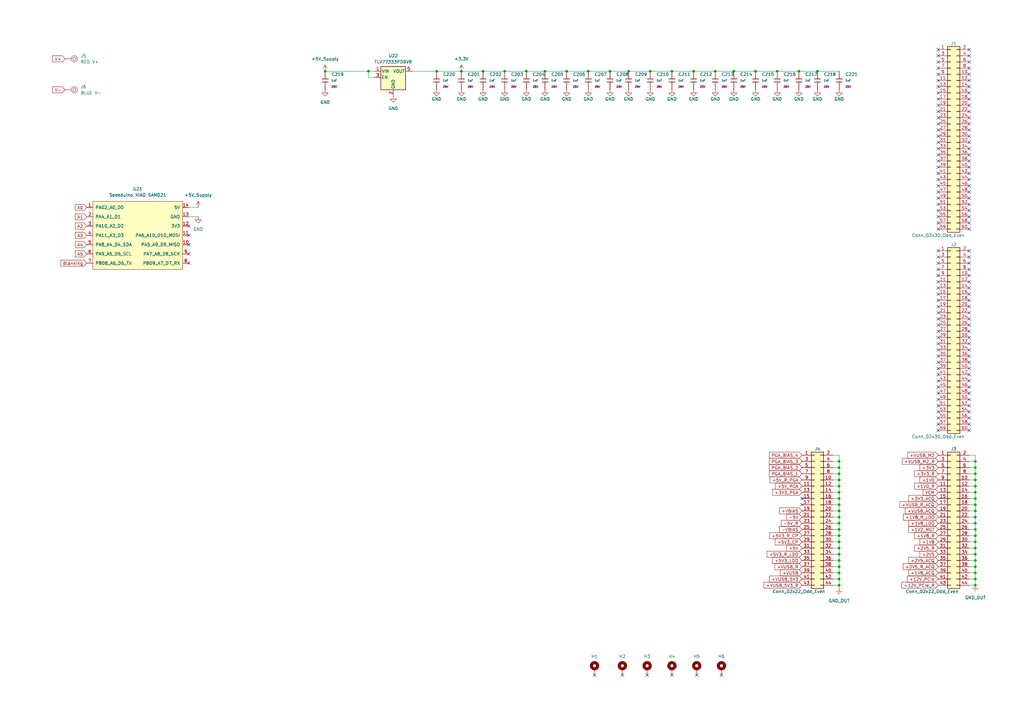
<source format=kicad_sch>
(kicad_sch (version 20250114) (generator "eeschema") (generator_version "9.0")
  (paper "A3")
  (junction (at 266.7 29.21))
  (junction (at 344.17 209.55))
  (junction (at 207.01 29.21))
  (junction (at 400.05 201.93))
  (junction (at 318.77 29.21))
  (junction (at 344.17 204.47))
  (junction (at 179.07 29.21))
  (junction (at 344.17 224.79))
  (junction (at 400.05 194.31))
  (junction (at 344.17 196.85))
  (junction (at 400.05 207.01))
  (junction (at 223.52 29.21))
  (junction (at 215.9 29.21))
  (junction (at 344.17 222.25))
  (junction (at 400.05 209.55))
  (junction (at 344.17 189.23))
  (junction (at 344.17 201.93))
  (junction (at 344.17 191.77))
  (junction (at 133.35 29.21))
  (junction (at 189.23 29.21))
  (junction (at 250.19 29.21))
  (junction (at 400.05 232.41))
  (junction (at 400.05 212.09))
  (junction (at 257.81 29.21))
  (junction (at 344.17 237.49))
  (junction (at 400.05 214.63))
  (junction (at 151.13 29.21))
  (junction (at 400.05 237.49))
  (junction (at 344.17 240.03))
  (junction (at 400.05 227.33))
  (junction (at 344.17 207.01))
  (junction (at 344.17 232.41))
  (junction (at 293.37 29.21))
  (junction (at 344.17 199.39))
  (junction (at 309.88 29.21))
  (junction (at 284.48 29.21))
  (junction (at 344.17 227.33))
  (junction (at 344.17 234.95))
  (junction (at 327.66 29.21))
  (junction (at 400.05 219.71))
  (junction (at 198.12 29.21))
  (junction (at 344.17 219.71))
  (junction (at 344.17 217.17))
  (junction (at 400.05 204.47))
  (junction (at 400.05 217.17))
  (junction (at 344.17 194.31))
  (junction (at 275.59 29.21))
  (junction (at 400.05 224.79))
  (junction (at 400.05 189.23))
  (junction (at 400.05 222.25))
  (junction (at 400.05 234.95))
  (junction (at 344.17 212.09))
  (junction (at 241.3 29.21))
  (junction (at 300.99 29.21))
  (junction (at 400.05 199.39))
  (junction (at 344.17 214.63))
  (junction (at 400.05 196.85))
  (junction (at 400.05 240.03))
  (junction (at 400.05 191.77))
  (junction (at 344.17 229.87))
  (junction (at 232.41 29.21))
  (junction (at 335.28 29.21))
  (junction (at 400.05 229.87))
  (no_connect (at 384.81 58.42))
  (no_connect (at 384.81 78.74))
  (no_connect (at 328.93 207.01))
  (no_connect (at 397.51 130.81))
  (no_connect (at 255.27 276.86))
  (no_connect (at 384.81 35.56))
  (no_connect (at 384.81 135.89))
  (no_connect (at 384.81 73.66))
  (no_connect (at 397.51 168.91))
  (no_connect (at 384.81 76.2))
  (no_connect (at 397.51 38.1))
  (no_connect (at 397.51 60.96))
  (no_connect (at 384.81 168.91))
  (no_connect (at 384.81 25.4))
  (no_connect (at 397.51 102.87))
  (no_connect (at 397.51 140.97))
  (no_connect (at 397.51 166.37))
  (no_connect (at 397.51 138.43))
  (no_connect (at 397.51 173.99))
  (no_connect (at 397.51 110.49))
  (no_connect (at 384.81 86.36))
  (no_connect (at 384.81 68.58))
  (no_connect (at 384.81 143.51))
  (no_connect (at 397.51 118.11))
  (no_connect (at 397.51 78.74))
  (no_connect (at 384.81 158.75))
  (no_connect (at 397.51 30.48))
  (no_connect (at 384.81 146.05))
  (no_connect (at 384.81 123.19))
  (no_connect (at 397.51 73.66))
  (no_connect (at 384.81 88.9))
  (no_connect (at 397.51 55.88))
  (no_connect (at 384.81 43.18))
  (no_connect (at 384.81 148.59))
  (no_connect (at 384.81 60.96))
  (no_connect (at 397.51 86.36))
  (no_connect (at 384.81 91.44))
  (no_connect (at 384.81 20.32))
  (no_connect (at 384.81 81.28))
  (no_connect (at 397.51 133.35))
  (no_connect (at 265.43 276.86))
  (no_connect (at 384.81 151.13))
  (no_connect (at 397.51 91.44))
  (no_connect (at 384.81 156.21))
  (no_connect (at 397.51 22.86))
  (no_connect (at 397.51 107.95))
  (no_connect (at 384.81 105.41))
  (no_connect (at 397.51 176.53))
  (no_connect (at 384.81 66.04))
  (no_connect (at 384.81 38.1))
  (no_connect (at 397.51 25.4))
  (no_connect (at 397.51 163.83))
  (no_connect (at 384.81 140.97))
  (no_connect (at 384.81 166.37))
  (no_connect (at 397.51 161.29))
  (no_connect (at 397.51 123.19))
  (no_connect (at 384.81 128.27))
  (no_connect (at 295.91 276.86))
  (no_connect (at 384.81 173.99))
  (no_connect (at 384.81 71.12))
  (no_connect (at 384.81 113.03))
  (no_connect (at 397.51 158.75))
  (no_connect (at 384.81 120.65))
  (no_connect (at 384.81 176.53))
  (no_connect (at 397.51 76.2))
  (no_connect (at 397.51 120.65))
  (no_connect (at 397.51 143.51))
  (no_connect (at 397.51 66.04))
  (no_connect (at 384.81 48.26))
  (no_connect (at 397.51 115.57))
  (no_connect (at 397.51 33.02))
  (no_connect (at 397.51 151.13))
  (no_connect (at 397.51 40.64))
  (no_connect (at 384.81 138.43))
  (no_connect (at 77.47 96.52))
  (no_connect (at 397.51 45.72))
  (no_connect (at 384.81 27.94))
  (no_connect (at 384.81 50.8))
  (no_connect (at 397.51 58.42))
  (no_connect (at 384.81 161.29))
  (no_connect (at 384.81 40.64))
  (no_connect (at 397.51 93.98))
  (no_connect (at 397.51 81.28))
  (no_connect (at 77.47 92.71))
  (no_connect (at 384.81 163.83))
  (no_connect (at 397.51 63.5))
  (no_connect (at 397.51 113.03))
  (no_connect (at 397.51 88.9))
  (no_connect (at 285.75 276.86))
  (no_connect (at 384.81 102.87))
  (no_connect (at 397.51 125.73))
  (no_connect (at 384.81 153.67))
  (no_connect (at 384.81 171.45))
  (no_connect (at 397.51 128.27))
  (no_connect (at 397.51 27.94))
  (no_connect (at 384.81 107.95))
  (no_connect (at 384.81 125.73))
  (no_connect (at 397.51 50.8))
  (no_connect (at 384.81 53.34))
  (no_connect (at 384.81 45.72))
  (no_connect (at 384.81 55.88))
  (no_connect (at 384.81 118.11))
  (no_connect (at 397.51 35.56))
  (no_connect (at 397.51 156.21))
  (no_connect (at 77.47 107.95))
  (no_connect (at 397.51 83.82))
  (no_connect (at 275.59 276.86))
  (no_connect (at 77.47 100.33))
  (no_connect (at 397.51 71.12))
  (no_connect (at 397.51 43.18))
  (no_connect (at 384.81 83.82))
  (no_connect (at 243.84 276.86))
  (no_connect (at 384.81 30.48))
  (no_connect (at 77.47 104.14))
  (no_connect (at 384.81 115.57))
  (no_connect (at 397.51 148.59))
  (no_connect (at 397.51 48.26))
  (no_connect (at 384.81 63.5))
  (no_connect (at 397.51 53.34))
  (no_connect (at 384.81 33.02))
  (no_connect (at 397.51 171.45))
  (no_connect (at 397.51 105.41))
  (no_connect (at 397.51 20.32))
  (no_connect (at 384.81 93.98))
  (no_connect (at 384.81 133.35))
  (no_connect (at 384.81 110.49))
  (no_connect (at 328.93 204.47))
  (no_connect (at 397.51 153.67))
  (no_connect (at 397.51 146.05))
  (no_connect (at 384.81 130.81))
  (no_connect (at 384.81 22.86))
  (no_connect (at 397.51 68.58))
  (no_connect (at 397.51 135.89))
  (wire (pts (xy 341.63 204.47) (xy 344.17 204.47)))
  (wire (pts (xy 397.51 209.55) (xy 400.05 209.55)))
  (wire (pts (xy 344.17 199.39) (xy 344.17 201.93)))
  (wire (pts (xy 397.51 191.77) (xy 400.05 191.77)))
  (wire (pts (xy 397.51 224.79) (xy 400.05 224.79)))
  (wire (pts (xy 344.17 207.01) (xy 344.17 209.55)))
  (wire (pts (xy 400.05 219.71) (xy 400.05 222.25)))
  (wire (pts (xy 344.17 217.17) (xy 344.17 219.71)))
  (wire (pts (xy 400.05 199.39) (xy 400.05 201.93)))
  (wire (pts (xy 397.51 219.71) (xy 400.05 219.71)))
  (wire (pts (xy 344.17 214.63) (xy 344.17 217.17)))
  (wire (pts (xy 309.88 29.21) (xy 318.77 29.21)))
  (wire (pts (xy 341.63 186.69) (xy 344.17 186.69)))
  (wire (pts (xy 397.51 232.41) (xy 400.05 232.41)))
  (wire (pts (xy 400.05 217.17) (xy 400.05 219.71)))
  (wire (pts (xy 397.51 234.95) (xy 400.05 234.95)))
  (wire (pts (xy 344.17 196.85) (xy 344.17 199.39)))
  (wire (pts (xy 341.63 234.95) (xy 344.17 234.95)))
  (wire (pts (xy 341.63 227.33) (xy 344.17 227.33)))
  (wire (pts (xy 397.51 217.17) (xy 400.05 217.17)))
  (wire (pts (xy 77.47 85.09) (xy 81.28 85.09)))
  (wire (pts (xy 318.77 29.21) (xy 327.66 29.21)))
  (wire (pts (xy 189.23 29.21) (xy 198.12 29.21)))
  (wire (pts (xy 344.17 234.95) (xy 344.17 237.49)))
  (wire (pts (xy 341.63 217.17) (xy 344.17 217.17)))
  (wire (pts (xy 344.17 186.69) (xy 344.17 189.23)))
  (wire (pts (xy 232.41 29.21) (xy 241.3 29.21)))
  (wire (pts (xy 341.63 240.03) (xy 344.17 240.03)))
  (wire (pts (xy 397.51 227.33) (xy 400.05 227.33)))
  (wire (pts (xy 344.17 209.55) (xy 344.17 212.09)))
  (wire (pts (xy 341.63 232.41) (xy 344.17 232.41)))
  (wire (pts (xy 151.13 29.21) (xy 153.67 29.21)))
  (wire (pts (xy 293.37 29.21) (xy 300.99 29.21)))
  (wire (pts (xy 400.05 212.09) (xy 400.05 214.63)))
  (wire (pts (xy 344.17 189.23) (xy 344.17 191.77)))
  (wire (pts (xy 397.51 189.23) (xy 400.05 189.23)))
  (wire (pts (xy 400.05 222.25) (xy 400.05 224.79)))
  (wire (pts (xy 400.05 237.49) (xy 400.05 240.03)))
  (wire (pts (xy 266.7 29.21) (xy 275.59 29.21)))
  (wire (pts (xy 250.19 29.21) (xy 257.81 29.21)))
  (wire (pts (xy 397.51 214.63) (xy 400.05 214.63)))
  (wire (pts (xy 397.51 237.49) (xy 400.05 237.49)))
  (wire (pts (xy 257.81 29.21) (xy 266.7 29.21)))
  (wire (pts (xy 241.3 29.21) (xy 250.19 29.21)))
  (wire (pts (xy 344.17 219.71) (xy 344.17 222.25)))
  (wire (pts (xy 344.17 212.09) (xy 344.17 214.63)))
  (wire (pts (xy 400.05 196.85) (xy 400.05 199.39)))
  (wire (pts (xy 300.99 29.21) (xy 309.88 29.21)))
  (wire (pts (xy 341.63 214.63) (xy 344.17 214.63)))
  (wire (pts (xy 344.17 237.49) (xy 344.17 240.03)))
  (wire (pts (xy 153.67 31.75) (xy 151.13 31.75)))
  (wire (pts (xy 344.17 204.47) (xy 344.17 207.01)))
  (wire (pts (xy 397.51 222.25) (xy 400.05 222.25)))
  (wire (pts (xy 344.17 194.31) (xy 344.17 196.85)))
  (wire (pts (xy 397.51 196.85) (xy 400.05 196.85)))
  (wire (pts (xy 344.17 229.87) (xy 344.17 232.41)))
  (wire (pts (xy 341.63 207.01) (xy 344.17 207.01)))
  (wire (pts (xy 344.17 222.25) (xy 344.17 224.79)))
  (wire (pts (xy 341.63 222.25) (xy 344.17 222.25)))
  (wire (pts (xy 341.63 219.71) (xy 344.17 219.71)))
  (wire (pts (xy 168.91 29.21) (xy 179.07 29.21)))
  (wire (pts (xy 397.51 212.09) (xy 400.05 212.09)))
  (wire (pts (xy 341.63 189.23) (xy 344.17 189.23)))
  (wire (pts (xy 284.48 29.21) (xy 293.37 29.21)))
  (wire (pts (xy 341.63 212.09) (xy 344.17 212.09)))
  (wire (pts (xy 207.01 29.21) (xy 215.9 29.21)))
  (wire (pts (xy 341.63 191.77) (xy 344.17 191.77)))
  (wire (pts (xy 400.05 227.33) (xy 400.05 229.87)))
  (wire (pts (xy 400.05 189.23) (xy 400.05 191.77)))
  (wire (pts (xy 400.05 204.47) (xy 400.05 207.01)))
  (wire (pts (xy 397.51 199.39) (xy 400.05 199.39)))
  (wire (pts (xy 400.05 191.77) (xy 400.05 194.31)))
  (wire (pts (xy 215.9 29.21) (xy 223.52 29.21)))
  (wire (pts (xy 341.63 199.39) (xy 344.17 199.39)))
  (wire (pts (xy 400.05 207.01) (xy 400.05 209.55)))
  (wire (pts (xy 341.63 201.93) (xy 344.17 201.93)))
  (wire (pts (xy 341.63 194.31) (xy 344.17 194.31)))
  (wire (pts (xy 397.51 201.93) (xy 400.05 201.93)))
  (wire (pts (xy 344.17 232.41) (xy 344.17 234.95)))
  (wire (pts (xy 344.17 224.79) (xy 344.17 227.33)))
  (wire (pts (xy 341.63 196.85) (xy 344.17 196.85)))
  (wire (pts (xy 344.17 227.33) (xy 344.17 229.87)))
  (wire (pts (xy 400.05 224.79) (xy 400.05 227.33)))
  (wire (pts (xy 397.51 229.87) (xy 400.05 229.87)))
  (wire (pts (xy 198.12 29.21) (xy 207.01 29.21)))
  (wire (pts (xy 344.17 201.93) (xy 344.17 204.47)))
  (wire (pts (xy 179.07 29.21) (xy 189.23 29.21)))
  (wire (pts (xy 81.28 88.9) (xy 77.47 88.9)))
  (wire (pts (xy 341.63 209.55) (xy 344.17 209.55)))
  (wire (pts (xy 344.17 191.77) (xy 344.17 194.31)))
  (wire (pts (xy 400.05 186.69) (xy 400.05 189.23)))
  (wire (pts (xy 275.59 29.21) (xy 284.48 29.21)))
  (wire (pts (xy 335.28 29.21) (xy 344.17 29.21)))
  (wire (pts (xy 341.63 237.49) (xy 344.17 237.49)))
  (wire (pts (xy 400.05 209.55) (xy 400.05 212.09)))
  (wire (pts (xy 400.05 201.93) (xy 400.05 204.47)))
  (wire (pts (xy 133.35 29.21) (xy 151.13 29.21)))
  (wire (pts (xy 397.51 207.01) (xy 400.05 207.01)))
  (wire (pts (xy 400.05 234.95) (xy 400.05 237.49)))
  (wire (pts (xy 151.13 31.75) (xy 151.13 29.21)))
  (wire (pts (xy 327.66 29.21) (xy 335.28 29.21)))
  (wire (pts (xy 400.05 194.31) (xy 400.05 196.85)))
  (wire (pts (xy 400.05 214.63) (xy 400.05 217.17)))
  (wire (pts (xy 341.63 229.87) (xy 344.17 229.87)))
  (wire (pts (xy 397.51 204.47) (xy 400.05 204.47)))
  (wire (pts (xy 397.51 186.69) (xy 400.05 186.69)))
  (wire (pts (xy 341.63 224.79) (xy 344.17 224.79)))
  (wire (pts (xy 397.51 240.03) (xy 400.05 240.03)))
  (wire (pts (xy 400.05 229.87) (xy 400.05 232.41)))
  (wire (pts (xy 397.51 194.31) (xy 400.05 194.31)))
  (wire (pts (xy 400.05 232.41) (xy 400.05 234.95)))
  (wire (pts (xy 223.52 29.21) (xy 232.41 29.21)))
  (wire (pts (xy 344.17 240.03) (xy 344.17 241.3)))
  (global_label "-5V" (shape input) (at 328.93 212.09 180) (property "Intersheetrefs" "${INTERSHEET_REFS}" (effects (hide yes))))
  (global_label "A0" (shape input) (at 35.56 85.09 180) (property "Intersheetrefs" "${INTERSHEET_REFS}" (effects (hide yes))))
  (global_label "PGA_BIAS_3" (shape input) (at 328.93 189.23 180) (property "Intersheetrefs" "${INTERSHEET_REFS}" (effects (hide yes))))
  (global_label "PGA_BIAS_4" (shape input) (at 328.93 186.69 180) (property "Intersheetrefs" "${INTERSHEET_REFS}" (effects (hide yes))))
  (global_label "+5V3_R_LDO" (shape input) (at 328.93 227.33 180) (property "Intersheetrefs" "${INTERSHEET_REFS}" (effects (hide yes))))
  (global_label "A2" (shape input) (at 35.56 92.71 180) (property "Intersheetrefs" "${INTERSHEET_REFS}" (effects (hide yes))))
  (global_label "A4" (shape input) (at 35.56 100.33 180) (property "Intersheetrefs" "${INTERSHEET_REFS}" (effects (hide yes))))
  (global_label "+VUSB" (shape input) (at 328.93 234.95 180) (property "Intersheetrefs" "${INTERSHEET_REFS}" (effects (hide yes))))
  (global_label "+1V8_R_LDO" (shape input) (at 384.81 212.09 180) (property "Intersheetrefs" "${INTERSHEET_REFS}" (effects (hide yes))))
  (global_label "+5V" (shape input) (at 328.93 224.79 180) (property "Intersheetrefs" "${INTERSHEET_REFS}" (effects (hide yes))))
  (global_label "+1V8_ACQ" (shape input) (at 384.81 234.95 180) (property "Intersheetrefs" "${INTERSHEET_REFS}" (effects (hide yes))))
  (global_label "+1V8_LDO" (shape input) (at 384.81 214.63 180) (property "Intersheetrefs" "${INTERSHEET_REFS}" (effects (hide yes))))
  (global_label "V-" (shape input) (at 26.67 36.83 180) (property "Intersheetrefs" "${INTERSHEET_REFS}" (effects (hide yes))))
  (global_label "+1V0_R" (shape input) (at 384.81 199.39 180) (property "Intersheetrefs" "${INTERSHEET_REFS}" (effects (hide yes))))
  (global_label "+5V_R_PGA" (shape input) (at 328.93 196.85 180) (property "Intersheetrefs" "${INTERSHEET_REFS}" (effects (hide yes))))
  (global_label "A3" (shape input) (at 35.56 96.52 180) (property "Intersheetrefs" "${INTERSHEET_REFS}" (effects (hide yes))))
  (global_label "+VUSB_R" (shape input) (at 328.93 232.41 180) (property "Intersheetrefs" "${INTERSHEET_REFS}" (effects (hide yes))))
  (global_label "+12V_PCIe" (shape input) (at 384.81 237.49 180) (property "Intersheetrefs" "${INTERSHEET_REFS}" (effects (hide yes))))
  (global_label "PGA_BIAS_2" (shape input) (at 328.93 191.77 180) (property "Intersheetrefs" "${INTERSHEET_REFS}" (effects (hide yes))))
  (global_label "+2V5_R_ACQ" (shape input) (at 384.81 232.41 180) (property "Intersheetrefs" "${INTERSHEET_REFS}" (effects (hide yes))))
  (global_label "+3V3" (shape input) (at 384.81 191.77 180) (property "Intersheetrefs" "${INTERSHEET_REFS}" (effects (hide yes))))
  (global_label "+3V3_ACQ" (shape input) (at 384.81 204.47 180) (property "Intersheetrefs" "${INTERSHEET_REFS}" (effects (hide yes))))
  (global_label "+1V8" (shape input) (at 384.81 222.25 180) (property "Intersheetrefs" "${INTERSHEET_REFS}" (effects (hide yes))))
  (global_label "V+" (shape input) (at 26.67 24.13 180) (property "Intersheetrefs" "${INTERSHEET_REFS}" (effects (hide yes))))
  (global_label "+VUSB_5V3" (shape input) (at 328.93 237.49 180) (property "Intersheetrefs" "${INTERSHEET_REFS}" (effects (hide yes))))
  (global_label "+3V3_R" (shape input) (at 384.81 194.31 180) (property "Intersheetrefs" "${INTERSHEET_REFS}" (effects (hide yes))))
  (global_label "+5V3_CP" (shape input) (at 328.93 222.25 180) (property "Intersheetrefs" "${INTERSHEET_REFS}" (effects (hide yes))))
  (global_label "Blanking" (shape input) (at 35.56 107.95 180) (property "Intersheetrefs" "${INTERSHEET_REFS}" (effects (hide yes))))
  (global_label "+5V3_LDO" (shape input) (at 328.93 229.87 180) (property "Intersheetrefs" "${INTERSHEET_REFS}" (effects (hide yes))))
  (global_label "+3V3_PGA" (shape input) (at 328.93 201.93 180) (property "Intersheetrefs" "${INTERSHEET_REFS}" (effects (hide yes))))
  (global_label "+VUSB_5V3_R" (shape input) (at 328.93 240.03 180) (property "Intersheetrefs" "${INTERSHEET_REFS}" (effects (hide yes))))
  (global_label "+VBIAS" (shape input) (at 328.93 209.55 180) (property "Intersheetrefs" "${INTERSHEET_REFS}" (effects (hide yes))))
  (global_label "+5V_PGA" (shape input) (at 328.93 199.39 180) (property "Intersheetrefs" "${INTERSHEET_REFS}" (effects (hide yes))))
  (global_label "+1V8_R" (shape input) (at 384.81 219.71 180) (property "Intersheetrefs" "${INTERSHEET_REFS}" (effects (hide yes))))
  (global_label "A1" (shape input) (at 35.56 88.9 180) (property "Intersheetrefs" "${INTERSHEET_REFS}" (effects (hide yes))))
  (global_label "+VUSB_ACQ" (shape input) (at 384.81 209.55 180) (property "Intersheetrefs" "${INTERSHEET_REFS}" (effects (hide yes))))
  (global_label "+2V5_R" (shape input) (at 384.81 224.79 180) (property "Intersheetrefs" "${INTERSHEET_REFS}" (effects (hide yes))))
  (global_label "+2V5_ACQ" (shape input) (at 384.81 229.87 180) (property "Intersheetrefs" "${INTERSHEET_REFS}" (effects (hide yes))))
  (global_label "+1V0" (shape input) (at 384.81 196.85 180) (property "Intersheetrefs" "${INTERSHEET_REFS}" (effects (hide yes))))
  (global_label "+VUSB_M2" (shape input) (at 384.81 186.69 180) (property "Intersheetrefs" "${INTERSHEET_REFS}" (effects (hide yes))))
  (global_label "-5V_R" (shape input) (at 328.93 214.63 180) (property "Intersheetrefs" "${INTERSHEET_REFS}" (effects (hide yes))))
  (global_label "A5" (shape input) (at 35.56 104.14 180) (property "Intersheetrefs" "${INTERSHEET_REFS}" (effects (hide yes))))
  (global_label "PGA_BIAS_1" (shape input) (at 328.93 194.31 180) (property "Intersheetrefs" "${INTERSHEET_REFS}" (effects (hide yes))))
  (global_label "+5V3_R_CP" (shape input) (at 328.93 219.71 180) (property "Intersheetrefs" "${INTERSHEET_REFS}" (effects (hide yes))))
  (global_label "+12V_PCIe_R" (shape input) (at 384.81 240.03 180) (property "Intersheetrefs" "${INTERSHEET_REFS}" (effects (hide yes))))
  (global_label "+VUSB_R_ACQ" (shape input) (at 384.81 207.01 180) (property "Intersheetrefs" "${INTERSHEET_REFS}" (effects (hide yes))))
  (global_label "+2V5" (shape input) (at 384.81 227.33 180) (property "Intersheetrefs" "${INTERSHEET_REFS}" (effects (hide yes))))
  (global_label "+1V2_MGT" (shape input) (at 384.81 217.17 180) (property "Intersheetrefs" "${INTERSHEET_REFS}" (effects (hide yes))))
  (global_label "+VUSB_M2_R" (shape input) (at 384.81 189.23 180) (property "Intersheetrefs" "${INTERSHEET_REFS}" (effects (hide yes))))
  (global_label "-VBIAS" (shape input) (at 328.93 217.17 180) (property "Intersheetrefs" "${INTERSHEET_REFS}" (effects (hide yes))))
  (global_label "VCM" (shape input) (at 384.81 201.93 180) (property "Intersheetrefs" "${INTERSHEET_REFS}" (effects (hide yes))))
  (symbol (lib_id "dk_Banana-and-Tip-Connectors-Jacks-Plugs:105-1102-001") (at 30.48 24.13 270) (unit 1)
    (property "Reference" "J5" (at 33.02 22.8599 90) (effects (justify left)))
    (property "Value" "RED V+" (at 33.02 25.3999 90) (effects (justify left)))
    (property "Footprint" "ThunderScope:CT3151" (effects (hide yes)))
    (property "Datasheet" "https://belfuse.com/resources/Johnson/drawings/dr-1051101001.pdf" (effects (hide yes)))
    (property "Description" "CalTest_CT3151" (effects (hide yes)))
  )
  (symbol (lib_id "PCM_JLCPCB-Capacitors:0402,1uF") (at 309.88 33.02 0) (unit 1)
    (property "Reference" "C215" (at 312.42 30.4799 0) (effects (justify left)))
    (property "Value" "1uF" (at 312.42 33.02 0) (effects (font (size 0.8 0.8)) (justify left)))
    (property "Footprint" "PCM_JLCPCB:C_0402" (effects (hide yes)))
    (property "Datasheet" "https://www.lcsc.com/datasheet/lcsc_datasheet_2304140030_Samsung-Electro-Mechanics-CL05A105KA5NQNC_C52923.pdf" (effects (hide yes)))
    (property "Description" "25V 1uF X5R ±10% 0402 Multilayer Ceramic Capacitors MLCC - SMD/SMT ROHS" (effects (hide yes)))
    (property "LCSC" "C52923" (effects (hide yes)))
    (property "Stock" "6316629" (effects (hide yes)))
    (property "Price" "0.006USD" (effects (hide yes)))
    (property "Process" "SMT" (effects (hide yes)))
    (property "Minimum Qty" "20" (effects (hide yes)))
    (property "Attrition Qty" "10" (effects (hide yes)))
    (property "Class" "Basic Component" (effects (hide yes)))
    (property "Category" "Capacitors,Multilayer Ceramic Capacitors MLCC - SMD/SMT" (effects (hide yes)))
    (property "Manufacturer" "Samsung Electro-Mechanics" (effects (hide yes)))
    (property "Part" "CL05A105KA5NQNC" (effects (hide yes)))
    (property "Voltage Rated" "25V" (at 312.42 35.56 0) (effects (font (size 0.8 0.8)) (justify left)))
    (property "Tolerance" "±10%" (effects (hide yes)))
    (property "Capacitance" "1uF" (effects (hide yes)))
    (property "Temperature Coefficient" "X5R" (effects (hide yes)))
  )
  (symbol (lib_id "PCM_JLCPCB-Capacitors:0402,1uF") (at 284.48 33.02 0) (unit 1)
    (property "Reference" "C212" (at 287.02 30.4799 0) (effects (justify left)))
    (property "Value" "1uF" (at 287.02 33.02 0) (effects (font (size 0.8 0.8)) (justify left)))
    (property "Footprint" "PCM_JLCPCB:C_0402" (effects (hide yes)))
    (property "Datasheet" "https://www.lcsc.com/datasheet/lcsc_datasheet_2304140030_Samsung-Electro-Mechanics-CL05A105KA5NQNC_C52923.pdf" (effects (hide yes)))
    (property "Description" "25V 1uF X5R ±10% 0402 Multilayer Ceramic Capacitors MLCC - SMD/SMT ROHS" (effects (hide yes)))
    (property "LCSC" "C52923" (effects (hide yes)))
    (property "Stock" "6316629" (effects (hide yes)))
    (property "Price" "0.006USD" (effects (hide yes)))
    (property "Process" "SMT" (effects (hide yes)))
    (property "Minimum Qty" "20" (effects (hide yes)))
    (property "Attrition Qty" "10" (effects (hide yes)))
    (property "Class" "Basic Component" (effects (hide yes)))
    (property "Category" "Capacitors,Multilayer Ceramic Capacitors MLCC - SMD/SMT" (effects (hide yes)))
    (property "Manufacturer" "Samsung Electro-Mechanics" (effects (hide yes)))
    (property "Part" "CL05A105KA5NQNC" (effects (hide yes)))
    (property "Voltage Rated" "25V" (at 287.02 35.56 0) (effects (font (size 0.8 0.8)) (justify left)))
    (property "Tolerance" "±10%" (effects (hide yes)))
    (property "Capacitance" "1uF" (effects (hide yes)))
    (property "Temperature Coefficient" "X5R" (effects (hide yes)))
  )
  (symbol (lib_id "Mechanical:MountingHole_Pad") (at 265.43 274.32 0) (unit 1) (in_bom no)
    (property "Reference" "H3" (at 265.43 269.24 0))
    (property "Value" "MountingHole_Pad" (effects (hide yes)))
    (property "Footprint" "MountingHole:MountingHole_3.2mm_M3_Pad_Via" (effects (hide yes)))
    (property "Description" "Mounting Hole with connection" (effects (hide yes)))
  )
  (symbol (lib_id "dk_Banana-and-Tip-Connectors-Jacks-Plugs:105-1102-001") (at 30.48 36.83 270) (unit 1)
    (property "Reference" "J6" (at 33.02 35.5599 90) (effects (justify left)))
    (property "Value" "BLUE V-" (at 33.02 38.0999 90) (effects (justify left)))
    (property "Footprint" "ThunderScope:CT3151" (effects (hide yes)))
    (property "Datasheet" "https://belfuse.com/resources/Johnson/drawings/dr-1051101001.pdf" (effects (hide yes)))
    (property "Description" "CalTest_CT3151" (effects (hide yes)))
  )
  (symbol (lib_id "PCM_JLCPCB-Capacitors:0402,1uF") (at 257.81 33.02 0) (unit 1)
    (property "Reference" "C209" (at 260.35 30.4799 0) (effects (justify left)))
    (property "Value" "1uF" (at 260.35 33.02 0) (effects (font (size 0.8 0.8)) (justify left)))
    (property "Footprint" "PCM_JLCPCB:C_0402" (effects (hide yes)))
    (property "Datasheet" "https://www.lcsc.com/datasheet/lcsc_datasheet_2304140030_Samsung-Electro-Mechanics-CL05A105KA5NQNC_C52923.pdf" (effects (hide yes)))
    (property "Description" "25V 1uF X5R ±10% 0402 Multilayer Ceramic Capacitors MLCC - SMD/SMT ROHS" (effects (hide yes)))
    (property "LCSC" "C52923" (effects (hide yes)))
    (property "Stock" "6316629" (effects (hide yes)))
    (property "Price" "0.006USD" (effects (hide yes)))
    (property "Process" "SMT" (effects (hide yes)))
    (property "Minimum Qty" "20" (effects (hide yes)))
    (property "Attrition Qty" "10" (effects (hide yes)))
    (property "Class" "Basic Component" (effects (hide yes)))
    (property "Category" "Capacitors,Multilayer Ceramic Capacitors MLCC - SMD/SMT" (effects (hide yes)))
    (property "Manufacturer" "Samsung Electro-Mechanics" (effects (hide yes)))
    (property "Part" "CL05A105KA5NQNC" (effects (hide yes)))
    (property "Voltage Rated" "25V" (at 260.35 35.56 0) (effects (font (size 0.8 0.8)) (justify left)))
    (property "Tolerance" "±10%" (effects (hide yes)))
    (property "Capacitance" "1uF" (effects (hide yes)))
    (property "Temperature Coefficient" "X5R" (effects (hide yes)))
  )
  (symbol (lib_id "PCM_JLCPCB-Capacitors:0402,1uF") (at 215.9 33.02 0) (unit 1)
    (property "Reference" "C204" (at 218.44 30.4799 0) (effects (justify left)))
    (property "Value" "1uF" (at 218.44 33.02 0) (effects (font (size 0.8 0.8)) (justify left)))
    (property "Footprint" "PCM_JLCPCB:C_0402" (effects (hide yes)))
    (property "Datasheet" "https://www.lcsc.com/datasheet/lcsc_datasheet_2304140030_Samsung-Electro-Mechanics-CL05A105KA5NQNC_C52923.pdf" (effects (hide yes)))
    (property "Description" "25V 1uF X5R ±10% 0402 Multilayer Ceramic Capacitors MLCC - SMD/SMT ROHS" (effects (hide yes)))
    (property "LCSC" "C52923" (effects (hide yes)))
    (property "Stock" "6316629" (effects (hide yes)))
    (property "Price" "0.006USD" (effects (hide yes)))
    (property "Process" "SMT" (effects (hide yes)))
    (property "Minimum Qty" "20" (effects (hide yes)))
    (property "Attrition Qty" "10" (effects (hide yes)))
    (property "Class" "Basic Component" (effects (hide yes)))
    (property "Category" "Capacitors,Multilayer Ceramic Capacitors MLCC - SMD/SMT" (effects (hide yes)))
    (property "Manufacturer" "Samsung Electro-Mechanics" (effects (hide yes)))
    (property "Part" "CL05A105KA5NQNC" (effects (hide yes)))
    (property "Voltage Rated" "25V" (at 218.44 35.56 0) (effects (font (size 0.8 0.8)) (justify left)))
    (property "Tolerance" "±10%" (effects (hide yes)))
    (property "Capacitance" "1uF" (effects (hide yes)))
    (property "Temperature Coefficient" "X5R" (effects (hide yes)))
  )
  (symbol (lib_id "PCM_JLCPCB-Capacitors:0402,1uF") (at 344.17 33.02 0) (unit 1)
    (property "Reference" "C221" (at 346.71 30.4799 0) (effects (justify left)))
    (property "Value" "1uF" (at 346.71 33.02 0) (effects (font (size 0.8 0.8)) (justify left)))
    (property "Footprint" "PCM_JLCPCB:C_0402" (effects (hide yes)))
    (property "Datasheet" "https://www.lcsc.com/datasheet/lcsc_datasheet_2304140030_Samsung-Electro-Mechanics-CL05A105KA5NQNC_C52923.pdf" (effects (hide yes)))
    (property "Description" "25V 1uF X5R ±10% 0402 Multilayer Ceramic Capacitors MLCC - SMD/SMT ROHS" (effects (hide yes)))
    (property "LCSC" "C52923" (effects (hide yes)))
    (property "Stock" "6316629" (effects (hide yes)))
    (property "Price" "0.006USD" (effects (hide yes)))
    (property "Process" "SMT" (effects (hide yes)))
    (property "Minimum Qty" "20" (effects (hide yes)))
    (property "Attrition Qty" "10" (effects (hide yes)))
    (property "Class" "Basic Component" (effects (hide yes)))
    (property "Category" "Capacitors,Multilayer Ceramic Capacitors MLCC - SMD/SMT" (effects (hide yes)))
    (property "Manufacturer" "Samsung Electro-Mechanics" (effects (hide yes)))
    (property "Part" "CL05A105KA5NQNC" (effects (hide yes)))
    (property "Voltage Rated" "25V" (at 346.71 35.56 0) (effects (font (size 0.8 0.8)) (justify left)))
    (property "Tolerance" "±10%" (effects (hide yes)))
    (property "Capacitance" "1uF" (effects (hide yes)))
    (property "Temperature Coefficient" "X5R" (effects (hide yes)))
  )
  (symbol (lib_id "power:GND") (at 335.28 36.83 0) (unit 1)
    (property "Reference" "#PWR0192" (effects (hide yes)))
    (property "Value" "GND" (at 335.28 40.64 0))
    (property "Description" "Power symbol creates a global label with name \"GND\" , ground" (effects (hide yes)))
  )
  (symbol (lib_id "power:GND") (at 232.41 36.83 0) (unit 1)
    (property "Reference" "#PWR0166" (effects (hide yes)))
    (property "Value" "GND" (at 232.41 40.64 0))
    (property "Description" "Power symbol creates a global label with name \"GND\" , ground" (effects (hide yes)))
  )
  (symbol (lib_id "power:GND") (at 81.28 88.9 0) (unit 1)
    (property "Reference" "#PWR0156" (effects (hide yes)))
    (property "Value" "GND" (at 81.28 93.98 0))
    (property "Description" "Power symbol creates a global label with name \"GND\" , ground" (effects (hide yes)))
  )
  (symbol (lib_id "PCM_JLCPCB-Capacitors:0402,1uF") (at 198.12 33.02 0) (unit 1)
    (property "Reference" "C202" (at 200.66 30.4799 0) (effects (justify left)))
    (property "Value" "1uF" (at 200.66 33.02 0) (effects (font (size 0.8 0.8)) (justify left)))
    (property "Footprint" "PCM_JLCPCB:C_0402" (effects (hide yes)))
    (property "Datasheet" "https://www.lcsc.com/datasheet/lcsc_datasheet_2304140030_Samsung-Electro-Mechanics-CL05A105KA5NQNC_C52923.pdf" (effects (hide yes)))
    (property "Description" "25V 1uF X5R ±10% 0402 Multilayer Ceramic Capacitors MLCC - SMD/SMT ROHS" (effects (hide yes)))
    (property "LCSC" "C52923" (effects (hide yes)))
    (property "Stock" "6316629" (effects (hide yes)))
    (property "Price" "0.006USD" (effects (hide yes)))
    (property "Process" "SMT" (effects (hide yes)))
    (property "Minimum Qty" "20" (effects (hide yes)))
    (property "Attrition Qty" "10" (effects (hide yes)))
    (property "Class" "Basic Component" (effects (hide yes)))
    (property "Category" "Capacitors,Multilayer Ceramic Capacitors MLCC - SMD/SMT" (effects (hide yes)))
    (property "Manufacturer" "Samsung Electro-Mechanics" (effects (hide yes)))
    (property "Part" "CL05A105KA5NQNC" (effects (hide yes)))
    (property "Voltage Rated" "25V" (at 200.66 35.56 0) (effects (font (size 0.8 0.8)) (justify left)))
    (property "Tolerance" "±10%" (effects (hide yes)))
    (property "Capacitance" "1uF" (effects (hide yes)))
    (property "Temperature Coefficient" "X5R" (effects (hide yes)))
  )
  (symbol (lib_id "power:GND") (at 161.29 39.37 0) (unit 1)
    (property "Reference" "#PWR0113" (effects (hide yes)))
    (property "Value" "GND" (at 161.29 44.45 0))
    (property "Description" "Power symbol creates a global label with name \"GND\" , ground" (effects (hide yes)))
  )
  (symbol (lib_id "Connector_Generic:Conn_02x30_Odd_Even") (at 389.89 138.43 0) (unit 1)
    (property "Reference" "J2" (at 391.16 100.33 0))
    (property "Value" "Conn_02x30_Odd_Even" (at 384.81 179.07 0))
    (property "Footprint" "Connector_PinHeader_2.54mm:PinHeader_2x30_P2.54mm_Vertical" (effects (hide yes)))
    (property "Description" "Generic connector, double row, 02x30, odd/even pin numbering scheme (row 1 odd numbers, row 2 even numbers), script generated (kicad-library-utils/schlib/autogen/connector/)" (effects (hide yes)))
  )
  (symbol (lib_id "power:+5V") (at 133.35 29.21 0) (unit 1)
    (property "Reference" "#PWR02" (effects (hide yes)))
    (property "Value" "+5V_Supply" (at 133.35 24.13 0))
    (property "Description" "Power symbol creates a global label with name \"+5V\"" (effects (hide yes)))
  )
  (symbol (lib_id "power:GND") (at 327.66 36.83 0) (unit 1)
    (property "Reference" "#PWR0191" (effects (hide yes)))
    (property "Value" "GND" (at 327.66 40.64 0))
    (property "Description" "Power symbol creates a global label with name \"GND\" , ground" (effects (hide yes)))
  )
  (symbol (lib_id "Mechanical:MountingHole_Pad") (at 285.75 274.32 0) (unit 1) (in_bom no)
    (property "Reference" "H5" (at 285.75 269.24 0))
    (property "Value" "MountingHole_Pad" (effects (hide yes)))
    (property "Footprint" "MountingHole:MountingHole_3.2mm_M3_Pad_Via" (effects (hide yes)))
    (property "Description" "Mounting Hole with connection" (effects (hide yes)))
  )
  (symbol (lib_id "PCM_JLCPCB-Capacitors:0402,1uF") (at 293.37 33.02 0) (unit 1)
    (property "Reference" "C213" (at 295.91 30.4799 0) (effects (justify left)))
    (property "Value" "1uF" (at 295.91 33.02 0) (effects (font (size 0.8 0.8)) (justify left)))
    (property "Footprint" "PCM_JLCPCB:C_0402" (effects (hide yes)))
    (property "Datasheet" "https://www.lcsc.com/datasheet/lcsc_datasheet_2304140030_Samsung-Electro-Mechanics-CL05A105KA5NQNC_C52923.pdf" (effects (hide yes)))
    (property "Description" "25V 1uF X5R ±10% 0402 Multilayer Ceramic Capacitors MLCC - SMD/SMT ROHS" (effects (hide yes)))
    (property "LCSC" "C52923" (effects (hide yes)))
    (property "Stock" "6316629" (effects (hide yes)))
    (property "Price" "0.006USD" (effects (hide yes)))
    (property "Process" "SMT" (effects (hide yes)))
    (property "Minimum Qty" "20" (effects (hide yes)))
    (property "Attrition Qty" "10" (effects (hide yes)))
    (property "Class" "Basic Component" (effects (hide yes)))
    (property "Category" "Capacitors,Multilayer Ceramic Capacitors MLCC - SMD/SMT" (effects (hide yes)))
    (property "Manufacturer" "Samsung Electro-Mechanics" (effects (hide yes)))
    (property "Part" "CL05A105KA5NQNC" (effects (hide yes)))
    (property "Voltage Rated" "25V" (at 295.91 35.56 0) (effects (font (size 0.8 0.8)) (justify left)))
    (property "Tolerance" "±10%" (effects (hide yes)))
    (property "Capacitance" "1uF" (effects (hide yes)))
    (property "Temperature Coefficient" "X5R" (effects (hide yes)))
  )
  (symbol (lib_id "power:GND") (at 179.07 36.83 0) (unit 1)
    (property "Reference" "#PWR0194" (effects (hide yes)))
    (property "Value" "GND" (at 179.07 40.64 0))
    (property "Description" "Power symbol creates a global label with name \"GND\" , ground" (effects (hide yes)))
  )
  (symbol (lib_id "power:GND") (at 284.48 36.83 0) (unit 1)
    (property "Reference" "#PWR0174" (effects (hide yes)))
    (property "Value" "GND" (at 284.48 40.64 0))
    (property "Description" "Power symbol creates a global label with name \"GND\" , ground" (effects (hide yes)))
  )
  (symbol (lib_id "power:GND") (at 318.77 36.83 0) (unit 1)
    (property "Reference" "#PWR0190" (effects (hide yes)))
    (property "Value" "GND" (at 318.77 40.64 0))
    (property "Description" "Power symbol creates a global label with name \"GND\" , ground" (effects (hide yes)))
  )
  (symbol (lib_id "Mechanical:MountingHole_Pad") (at 255.27 274.32 0) (unit 1) (in_bom no)
    (property "Reference" "H2" (at 255.27 269.24 0))
    (property "Value" "MountingHole_Pad" (effects (hide yes)))
    (property "Footprint" "MountingHole:MountingHole_3.2mm_M3_Pad_Via" (effects (hide yes)))
    (property "Description" "Mounting Hole with connection" (effects (hide yes)))
  )
  (symbol (lib_id "Connector_Generic:Conn_02x30_Odd_Even") (at 389.89 55.88 0) (unit 1)
    (property "Reference" "J1" (at 391.16 17.78 0))
    (property "Value" "Conn_02x30_Odd_Even" (at 384.81 96.52 0))
    (property "Footprint" "Connector_PinHeader_2.54mm:PinHeader_2x30_P2.54mm_Vertical" (effects (hide yes)))
    (property "Description" "Generic connector, double row, 02x30, odd/even pin numbering scheme (row 1 odd numbers, row 2 even numbers), script generated (kicad-library-utils/schlib/autogen/connector/)" (effects (hide yes)))
  )
  (symbol (lib_id "power:GND") (at 309.88 36.83 0) (unit 1)
    (property "Reference" "#PWR0189" (effects (hide yes)))
    (property "Value" "GND" (at 309.88 40.64 0))
    (property "Description" "Power symbol creates a global label with name \"GND\" , ground" (effects (hide yes)))
  )
  (symbol (lib_id "User:SeeeduinoXIAO") (at 57.15 96.52 0) (unit 1)
    (property "Reference" "U21" (at 56.515 77.47 0))
    (property "Value" "Seeeduino XIAO SAMD21" (at 56.515 80.01 0))
    (property "Footprint" "User:Seeeduino XIAO-MOUDLE14P-2.54-21X17.8MM" (effects (hide yes)))
  )
  (symbol (lib_id "power:GND") (at 207.01 36.83 0) (unit 1)
    (property "Reference" "#PWR0161" (effects (hide yes)))
    (property "Value" "GND" (at 207.01 40.64 0))
    (property "Description" "Power symbol creates a global label with name \"GND\" , ground" (effects (hide yes)))
  )
  (symbol (lib_id "PCM_JLCPCB-Capacitors:0402,1uF") (at 241.3 33.02 0) (unit 1)
    (property "Reference" "C207" (at 243.84 30.4799 0) (effects (justify left)))
    (property "Value" "1uF" (at 243.84 33.02 0) (effects (font (size 0.8 0.8)) (justify left)))
    (property "Footprint" "PCM_JLCPCB:C_0402" (effects (hide yes)))
    (property "Datasheet" "https://www.lcsc.com/datasheet/lcsc_datasheet_2304140030_Samsung-Electro-Mechanics-CL05A105KA5NQNC_C52923.pdf" (effects (hide yes)))
    (property "Description" "25V 1uF X5R ±10% 0402 Multilayer Ceramic Capacitors MLCC - SMD/SMT ROHS" (effects (hide yes)))
    (property "LCSC" "C52923" (effects (hide yes)))
    (property "Stock" "6316629" (effects (hide yes)))
    (property "Price" "0.006USD" (effects (hide yes)))
    (property "Process" "SMT" (effects (hide yes)))
    (property "Minimum Qty" "20" (effects (hide yes)))
    (property "Attrition Qty" "10" (effects (hide yes)))
    (property "Class" "Basic Component" (effects (hide yes)))
    (property "Category" "Capacitors,Multilayer Ceramic Capacitors MLCC - SMD/SMT" (effects (hide yes)))
    (property "Manufacturer" "Samsung Electro-Mechanics" (effects (hide yes)))
    (property "Part" "CL05A105KA5NQNC" (effects (hide yes)))
    (property "Voltage Rated" "25V" (at 243.84 35.56 0) (effects (font (size 0.8 0.8)) (justify left)))
    (property "Tolerance" "±10%" (effects (hide yes)))
    (property "Capacitance" "1uF" (effects (hide yes)))
    (property "Temperature Coefficient" "X5R" (effects (hide yes)))
  )
  (symbol (lib_id "PCM_JLCPCB-Capacitors:0402,1uF") (at 133.35 33.02 0) (unit 1)
    (property "Reference" "C219" (at 135.89 30.4799 0) (effects (justify left)))
    (property "Value" "1uF" (at 135.89 33.02 0) (effects (font (size 0.8 0.8)) (justify left)))
    (property "Footprint" "PCM_JLCPCB:C_0402" (effects (hide yes)))
    (property "Datasheet" "https://www.lcsc.com/datasheet/lcsc_datasheet_2304140030_Samsung-Electro-Mechanics-CL05A105KA5NQNC_C52923.pdf" (effects (hide yes)))
    (property "Description" "25V 1uF X5R ±10% 0402 Multilayer Ceramic Capacitors MLCC - SMD/SMT ROHS" (effects (hide yes)))
    (property "LCSC" "C52923" (effects (hide yes)))
    (property "Stock" "6316629" (effects (hide yes)))
    (property "Price" "0.006USD" (effects (hide yes)))
    (property "Process" "SMT" (effects (hide yes)))
    (property "Minimum Qty" "20" (effects (hide yes)))
    (property "Attrition Qty" "10" (effects (hide yes)))
    (property "Class" "Basic Component" (effects (hide yes)))
    (property "Category" "Capacitors,Multilayer Ceramic Capacitors MLCC - SMD/SMT" (effects (hide yes)))
    (property "Manufacturer" "Samsung Electro-Mechanics" (effects (hide yes)))
    (property "Part" "CL05A105KA5NQNC" (effects (hide yes)))
    (property "Voltage Rated" "25V" (at 135.89 35.56 0) (effects (font (size 0.8 0.8)) (justify left)))
    (property "Tolerance" "±10%" (effects (hide yes)))
    (property "Capacitance" "1uF" (effects (hide yes)))
    (property "Temperature Coefficient" "X5R" (effects (hide yes)))
  )
  (symbol (lib_id "PCM_JLCPCB-Capacitors:0402,1uF") (at 266.7 33.02 0) (unit 1)
    (property "Reference" "C210" (at 269.24 30.4799 0) (effects (justify left)))
    (property "Value" "1uF" (at 269.24 33.02 0) (effects (font (size 0.8 0.8)) (justify left)))
    (property "Footprint" "PCM_JLCPCB:C_0402" (effects (hide yes)))
    (property "Datasheet" "https://www.lcsc.com/datasheet/lcsc_datasheet_2304140030_Samsung-Electro-Mechanics-CL05A105KA5NQNC_C52923.pdf" (effects (hide yes)))
    (property "Description" "25V 1uF X5R ±10% 0402 Multilayer Ceramic Capacitors MLCC - SMD/SMT ROHS" (effects (hide yes)))
    (property "LCSC" "C52923" (effects (hide yes)))
    (property "Stock" "6316629" (effects (hide yes)))
    (property "Price" "0.006USD" (effects (hide yes)))
    (property "Process" "SMT" (effects (hide yes)))
    (property "Minimum Qty" "20" (effects (hide yes)))
    (property "Attrition Qty" "10" (effects (hide yes)))
    (property "Class" "Basic Component" (effects (hide yes)))
    (property "Category" "Capacitors,Multilayer Ceramic Capacitors MLCC - SMD/SMT" (effects (hide yes)))
    (property "Manufacturer" "Samsung Electro-Mechanics" (effects (hide yes)))
    (property "Part" "CL05A105KA5NQNC" (effects (hide yes)))
    (property "Voltage Rated" "25V" (at 269.24 35.56 0) (effects (font (size 0.8 0.8)) (justify left)))
    (property "Tolerance" "±10%" (effects (hide yes)))
    (property "Capacitance" "1uF" (effects (hide yes)))
    (property "Temperature Coefficient" "X5R" (effects (hide yes)))
  )
  (symbol (lib_id "Mechanical:MountingHole_Pad") (at 243.84 274.32 0) (unit 1) (in_bom no)
    (property "Reference" "H1" (at 243.84 269.24 0))
    (property "Value" "MountingHole_Pad" (effects (hide yes)))
    (property "Footprint" "MountingHole:MountingHole_3.2mm_M3_Pad_Via" (effects (hide yes)))
    (property "Description" "Mounting Hole with connection" (effects (hide yes)))
  )
  (symbol (lib_id "PCM_JLCPCB-Capacitors:0402,1uF") (at 275.59 33.02 0) (unit 1)
    (property "Reference" "C211" (at 278.13 30.4799 0) (effects (justify left)))
    (property "Value" "1uF" (at 278.13 33.02 0) (effects (font (size 0.8 0.8)) (justify left)))
    (property "Footprint" "PCM_JLCPCB:C_0402" (effects (hide yes)))
    (property "Datasheet" "https://www.lcsc.com/datasheet/lcsc_datasheet_2304140030_Samsung-Electro-Mechanics-CL05A105KA5NQNC_C52923.pdf" (effects (hide yes)))
    (property "Description" "25V 1uF X5R ±10% 0402 Multilayer Ceramic Capacitors MLCC - SMD/SMT ROHS" (effects (hide yes)))
    (property "LCSC" "C52923" (effects (hide yes)))
    (property "Stock" "6316629" (effects (hide yes)))
    (property "Price" "0.006USD" (effects (hide yes)))
    (property "Process" "SMT" (effects (hide yes)))
    (property "Minimum Qty" "20" (effects (hide yes)))
    (property "Attrition Qty" "10" (effects (hide yes)))
    (property "Class" "Basic Component" (effects (hide yes)))
    (property "Category" "Capacitors,Multilayer Ceramic Capacitors MLCC - SMD/SMT" (effects (hide yes)))
    (property "Manufacturer" "Samsung Electro-Mechanics" (effects (hide yes)))
    (property "Part" "CL05A105KA5NQNC" (effects (hide yes)))
    (property "Voltage Rated" "25V" (at 278.13 35.56 0) (effects (font (size 0.8 0.8)) (justify left)))
    (property "Tolerance" "±10%" (effects (hide yes)))
    (property "Capacitance" "1uF" (effects (hide yes)))
    (property "Temperature Coefficient" "X5R" (effects (hide yes)))
  )
  (symbol (lib_id "PCM_JLCPCB-Capacitors:0402,1uF") (at 327.66 33.02 0) (unit 1)
    (property "Reference" "C217" (at 330.2 30.4799 0) (effects (justify left)))
    (property "Value" "1uF" (at 330.2 33.02 0) (effects (font (size 0.8 0.8)) (justify left)))
    (property "Footprint" "PCM_JLCPCB:C_0402" (effects (hide yes)))
    (property "Datasheet" "https://www.lcsc.com/datasheet/lcsc_datasheet_2304140030_Samsung-Electro-Mechanics-CL05A105KA5NQNC_C52923.pdf" (effects (hide yes)))
    (property "Description" "25V 1uF X5R ±10% 0402 Multilayer Ceramic Capacitors MLCC - SMD/SMT ROHS" (effects (hide yes)))
    (property "LCSC" "C52923" (effects (hide yes)))
    (property "Stock" "6316629" (effects (hide yes)))
    (property "Price" "0.006USD" (effects (hide yes)))
    (property "Process" "SMT" (effects (hide yes)))
    (property "Minimum Qty" "20" (effects (hide yes)))
    (property "Attrition Qty" "10" (effects (hide yes)))
    (property "Class" "Basic Component" (effects (hide yes)))
    (property "Category" "Capacitors,Multilayer Ceramic Capacitors MLCC - SMD/SMT" (effects (hide yes)))
    (property "Manufacturer" "Samsung Electro-Mechanics" (effects (hide yes)))
    (property "Part" "CL05A105KA5NQNC" (effects (hide yes)))
    (property "Voltage Rated" "25V" (at 330.2 35.56 0) (effects (font (size 0.8 0.8)) (justify left)))
    (property "Tolerance" "±10%" (effects (hide yes)))
    (property "Capacitance" "1uF" (effects (hide yes)))
    (property "Temperature Coefficient" "X5R" (effects (hide yes)))
  )
  (symbol (lib_id "PCM_JLCPCB-Capacitors:0402,1uF") (at 189.23 33.02 0) (unit 1)
    (property "Reference" "C201" (at 191.77 30.4799 0) (effects (justify left)))
    (property "Value" "1uF" (at 191.77 33.02 0) (effects (font (size 0.8 0.8)) (justify left)))
    (property "Footprint" "PCM_JLCPCB:C_0402" (effects (hide yes)))
    (property "Datasheet" "https://www.lcsc.com/datasheet/lcsc_datasheet_2304140030_Samsung-Electro-Mechanics-CL05A105KA5NQNC_C52923.pdf" (effects (hide yes)))
    (property "Description" "25V 1uF X5R ±10% 0402 Multilayer Ceramic Capacitors MLCC - SMD/SMT ROHS" (effects (hide yes)))
    (property "LCSC" "C52923" (effects (hide yes)))
    (property "Stock" "6316629" (effects (hide yes)))
    (property "Price" "0.006USD" (effects (hide yes)))
    (property "Process" "SMT" (effects (hide yes)))
    (property "Minimum Qty" "20" (effects (hide yes)))
    (property "Attrition Qty" "10" (effects (hide yes)))
    (property "Class" "Basic Component" (effects (hide yes)))
    (property "Category" "Capacitors,Multilayer Ceramic Capacitors MLCC - SMD/SMT" (effects (hide yes)))
    (property "Manufacturer" "Samsung Electro-Mechanics" (effects (hide yes)))
    (property "Part" "CL05A105KA5NQNC" (effects (hide yes)))
    (property "Voltage Rated" "25V" (at 191.77 35.56 0) (effects (font (size 0.8 0.8)) (justify left)))
    (property "Tolerance" "±10%" (effects (hide yes)))
    (property "Capacitance" "1uF" (effects (hide yes)))
    (property "Temperature Coefficient" "X5R" (effects (hide yes)))
  )
  (symbol (lib_id "PCM_JLCPCB-Capacitors:0402,1uF") (at 207.01 33.02 0) (unit 1)
    (property "Reference" "C203" (at 209.55 30.4799 0) (effects (justify left)))
    (property "Value" "1uF" (at 209.55 33.02 0) (effects (font (size 0.8 0.8)) (justify left)))
    (property "Footprint" "PCM_JLCPCB:C_0402" (effects (hide yes)))
    (property "Datasheet" "https://www.lcsc.com/datasheet/lcsc_datasheet_2304140030_Samsung-Electro-Mechanics-CL05A105KA5NQNC_C52923.pdf" (effects (hide yes)))
    (property "Description" "25V 1uF X5R ±10% 0402 Multilayer Ceramic Capacitors MLCC - SMD/SMT ROHS" (effects (hide yes)))
    (property "LCSC" "C52923" (effects (hide yes)))
    (property "Stock" "6316629" (effects (hide yes)))
    (property "Price" "0.006USD" (effects (hide yes)))
    (property "Process" "SMT" (effects (hide yes)))
    (property "Minimum Qty" "20" (effects (hide yes)))
    (property "Attrition Qty" "10" (effects (hide yes)))
    (property "Class" "Basic Component" (effects (hide yes)))
    (property "Category" "Capacitors,Multilayer Ceramic Capacitors MLCC - SMD/SMT" (effects (hide yes)))
    (property "Manufacturer" "Samsung Electro-Mechanics" (effects (hide yes)))
    (property "Part" "CL05A105KA5NQNC" (effects (hide yes)))
    (property "Voltage Rated" "25V" (at 209.55 35.56 0) (effects (font (size 0.8 0.8)) (justify left)))
    (property "Tolerance" "±10%" (effects (hide yes)))
    (property "Capacitance" "1uF" (effects (hide yes)))
    (property "Temperature Coefficient" "X5R" (effects (hide yes)))
  )
  (symbol (lib_id "power:GND") (at 293.37 36.83 0) (unit 1)
    (property "Reference" "#PWR0175" (effects (hide yes)))
    (property "Value" "GND" (at 293.37 40.64 0))
    (property "Description" "Power symbol creates a global label with name \"GND\" , ground" (effects (hide yes)))
  )
  (symbol (lib_id "power:GND") (at 300.99 36.83 0) (unit 1)
    (property "Reference" "#PWR0187" (effects (hide yes)))
    (property "Value" "GND" (at 300.99 40.64 0))
    (property "Description" "Power symbol creates a global label with name \"GND\" , ground" (effects (hide yes)))
  )
  (symbol (lib_id "power:+3.3V") (at 189.23 29.21 0) (unit 1)
    (property "Reference" "#PWR0158" (effects (hide yes)))
    (property "Value" "+3.3V" (at 189.23 24.13 0))
    (property "Description" "Power symbol creates a global label with name \"+3.3V\"" (effects (hide yes)))
  )
  (symbol (lib_id "power:GND") (at 198.12 36.83 0) (unit 1)
    (property "Reference" "#PWR0160" (effects (hide yes)))
    (property "Value" "GND" (at 198.12 40.64 0))
    (property "Description" "Power symbol creates a global label with name \"GND\" , ground" (effects (hide yes)))
  )
  (symbol (lib_id "Mechanical:MountingHole_Pad") (at 295.91 274.32 0) (unit 1) (in_bom no)
    (property "Reference" "H6" (at 295.91 269.24 0))
    (property "Value" "MountingHole_Pad" (effects (hide yes)))
    (property "Footprint" "MountingHole:MountingHole_3.2mm_M3_Pad_Via" (effects (hide yes)))
    (property "Description" "Mounting Hole with connection" (effects (hide yes)))
  )
  (symbol (lib_id "power:GND") (at 257.81 36.83 0) (unit 1)
    (property "Reference" "#PWR0180" (effects (hide yes)))
    (property "Value" "GND" (at 257.81 40.64 0))
    (property "Description" "Power symbol creates a global label with name \"GND\" , ground" (effects (hide yes)))
  )
  (symbol (lib_id "PCM_JLCPCB-Capacitors:0402,1uF") (at 250.19 33.02 0) (unit 1)
    (property "Reference" "C208" (at 252.73 30.4799 0) (effects (justify left)))
    (property "Value" "1uF" (at 252.73 33.02 0) (effects (font (size 0.8 0.8)) (justify left)))
    (property "Footprint" "PCM_JLCPCB:C_0402" (effects (hide yes)))
    (property "Datasheet" "https://www.lcsc.com/datasheet/lcsc_datasheet_2304140030_Samsung-Electro-Mechanics-CL05A105KA5NQNC_C52923.pdf" (effects (hide yes)))
    (property "Description" "25V 1uF X5R ±10% 0402 Multilayer Ceramic Capacitors MLCC - SMD/SMT ROHS" (effects (hide yes)))
    (property "LCSC" "C52923" (effects (hide yes)))
    (property "Stock" "6316629" (effects (hide yes)))
    (property "Price" "0.006USD" (effects (hide yes)))
    (property "Process" "SMT" (effects (hide yes)))
    (property "Minimum Qty" "20" (effects (hide yes)))
    (property "Attrition Qty" "10" (effects (hide yes)))
    (property "Class" "Basic Component" (effects (hide yes)))
    (property "Category" "Capacitors,Multilayer Ceramic Capacitors MLCC - SMD/SMT" (effects (hide yes)))
    (property "Manufacturer" "Samsung Electro-Mechanics" (effects (hide yes)))
    (property "Part" "CL05A105KA5NQNC" (effects (hide yes)))
    (property "Voltage Rated" "25V" (at 252.73 35.56 0) (effects (font (size 0.8 0.8)) (justify left)))
    (property "Tolerance" "±10%" (effects (hide yes)))
    (property "Capacitance" "1uF" (effects (hide yes)))
    (property "Temperature Coefficient" "X5R" (effects (hide yes)))
  )
  (symbol (lib_id "Mechanical:MountingHole_Pad") (at 275.59 274.32 0) (unit 1) (in_bom no)
    (property "Reference" "H4" (at 275.59 269.24 0))
    (property "Value" "MountingHole_Pad" (effects (hide yes)))
    (property "Footprint" "MountingHole:MountingHole_3.2mm_M3_Pad_Via" (effects (hide yes)))
    (property "Description" "Mounting Hole with connection" (effects (hide yes)))
  )
  (symbol (lib_id "PCM_JLCPCB-Capacitors:0402,1uF") (at 318.77 33.02 0) (unit 1)
    (property "Reference" "C216" (at 321.31 30.4799 0) (effects (justify left)))
    (property "Value" "1uF" (at 321.31 33.02 0) (effects (font (size 0.8 0.8)) (justify left)))
    (property "Footprint" "PCM_JLCPCB:C_0402" (effects (hide yes)))
    (property "Datasheet" "https://www.lcsc.com/datasheet/lcsc_datasheet_2304140030_Samsung-Electro-Mechanics-CL05A105KA5NQNC_C52923.pdf" (effects (hide yes)))
    (property "Description" "25V 1uF X5R ±10% 0402 Multilayer Ceramic Capacitors MLCC - SMD/SMT ROHS" (effects (hide yes)))
    (property "LCSC" "C52923" (effects (hide yes)))
    (property "Stock" "6316629" (effects (hide yes)))
    (property "Price" "0.006USD" (effects (hide yes)))
    (property "Process" "SMT" (effects (hide yes)))
    (property "Minimum Qty" "20" (effects (hide yes)))
    (property "Attrition Qty" "10" (effects (hide yes)))
    (property "Class" "Basic Component" (effects (hide yes)))
    (property "Category" "Capacitors,Multilayer Ceramic Capacitors MLCC - SMD/SMT" (effects (hide yes)))
    (property "Manufacturer" "Samsung Electro-Mechanics" (effects (hide yes)))
    (property "Part" "CL05A105KA5NQNC" (effects (hide yes)))
    (property "Voltage Rated" "25V" (at 321.31 35.56 0) (effects (font (size 0.8 0.8)) (justify left)))
    (property "Tolerance" "±10%" (effects (hide yes)))
    (property "Capacitance" "1uF" (effects (hide yes)))
    (property "Temperature Coefficient" "X5R" (effects (hide yes)))
  )
  (symbol (lib_id "Connector_Generic:Conn_02x22_Odd_Even") (at 334.01 212.09 0) (unit 1)
    (property "Reference" "J4" (at 335.28 184.15 0))
    (property "Value" "Conn_02x22_Odd_Even" (at 327.66 242.57 0))
    (property "Footprint" "Connector_PinHeader_2.54mm:PinHeader_2x22_P2.54mm_Vertical" (effects (hide yes)))
    (property "Description" "Generic connector, double row, 02x22, odd/even pin numbering scheme (row 1 odd numbers, row 2 even numbers), script generated (kicad-library-utils/schlib/autogen/connector/)" (effects (hide yes)))
  )
  (symbol (lib_id "PCM_JLCPCB-Capacitors:0402,1uF") (at 300.99 33.02 0) (unit 1)
    (property "Reference" "C214" (at 303.53 30.4799 0) (effects (justify left)))
    (property "Value" "1uF" (at 303.53 33.02 0) (effects (font (size 0.8 0.8)) (justify left)))
    (property "Footprint" "PCM_JLCPCB:C_0402" (effects (hide yes)))
    (property "Datasheet" "https://www.lcsc.com/datasheet/lcsc_datasheet_2304140030_Samsung-Electro-Mechanics-CL05A105KA5NQNC_C52923.pdf" (effects (hide yes)))
    (property "Description" "25V 1uF X5R ±10% 0402 Multilayer Ceramic Capacitors MLCC - SMD/SMT ROHS" (effects (hide yes)))
    (property "LCSC" "C52923" (effects (hide yes)))
    (property "Stock" "6316629" (effects (hide yes)))
    (property "Price" "0.006USD" (effects (hide yes)))
    (property "Process" "SMT" (effects (hide yes)))
    (property "Minimum Qty" "20" (effects (hide yes)))
    (property "Attrition Qty" "10" (effects (hide yes)))
    (property "Class" "Basic Component" (effects (hide yes)))
    (property "Category" "Capacitors,Multilayer Ceramic Capacitors MLCC - SMD/SMT" (effects (hide yes)))
    (property "Manufacturer" "Samsung Electro-Mechanics" (effects (hide yes)))
    (property "Part" "CL05A105KA5NQNC" (effects (hide yes)))
    (property "Voltage Rated" "25V" (at 303.53 35.56 0) (effects (font (size 0.8 0.8)) (justify left)))
    (property "Tolerance" "±10%" (effects (hide yes)))
    (property "Capacitance" "1uF" (effects (hide yes)))
    (property "Temperature Coefficient" "X5R" (effects (hide yes)))
  )
  (symbol (lib_id "Regulator_Linear:AP2127K-3.3") (at 161.29 31.75 0) (unit 1)
    (property "Reference" "U22" (at 161.29 22.86 0))
    (property "Value" "TLV77333PDBVR" (at 161.29 25.4 0))
    (property "Footprint" "Package_TO_SOT_SMD:SOT-23-5" (effects (hide yes)))
    (property "Datasheet" "https://www.diodes.com/assets/Datasheets/AP2127.pdf" (effects (hide yes)))
    (property "Description" "300mA low dropout linear regulator, shutdown pin, 2.5V-6V input voltage, 3.3V fixed positive output, SOT-23-5" (effects (hide yes)))
    (property "LCSC" "C34443490" (effects (hide yes)))
  )
  (symbol (lib_id "PCM_JLCPCB-Capacitors:0402,1uF") (at 223.52 33.02 0) (unit 1)
    (property "Reference" "C205" (at 226.06 30.4799 0) (effects (justify left)))
    (property "Value" "1uF" (at 226.06 33.02 0) (effects (font (size 0.8 0.8)) (justify left)))
    (property "Footprint" "PCM_JLCPCB:C_0402" (effects (hide yes)))
    (property "Datasheet" "https://www.lcsc.com/datasheet/lcsc_datasheet_2304140030_Samsung-Electro-Mechanics-CL05A105KA5NQNC_C52923.pdf" (effects (hide yes)))
    (property "Description" "25V 1uF X5R ±10% 0402 Multilayer Ceramic Capacitors MLCC - SMD/SMT ROHS" (effects (hide yes)))
    (property "LCSC" "C52923" (effects (hide yes)))
    (property "Stock" "6316629" (effects (hide yes)))
    (property "Price" "0.006USD" (effects (hide yes)))
    (property "Process" "SMT" (effects (hide yes)))
    (property "Minimum Qty" "20" (effects (hide yes)))
    (property "Attrition Qty" "10" (effects (hide yes)))
    (property "Class" "Basic Component" (effects (hide yes)))
    (property "Category" "Capacitors,Multilayer Ceramic Capacitors MLCC - SMD/SMT" (effects (hide yes)))
    (property "Manufacturer" "Samsung Electro-Mechanics" (effects (hide yes)))
    (property "Part" "CL05A105KA5NQNC" (effects (hide yes)))
    (property "Voltage Rated" "25V" (at 226.06 35.56 0) (effects (font (size 0.8 0.8)) (justify left)))
    (property "Tolerance" "±10%" (effects (hide yes)))
    (property "Capacitance" "1uF" (effects (hide yes)))
    (property "Temperature Coefficient" "X5R" (effects (hide yes)))
  )
  (symbol (lib_id "power:GND") (at 266.7 36.83 0) (unit 1)
    (property "Reference" "#PWR0172" (effects (hide yes)))
    (property "Value" "GND" (at 266.7 40.64 0))
    (property "Description" "Power symbol creates a global label with name \"GND\" , ground" (effects (hide yes)))
  )
  (symbol (lib_id "power:GND") (at 241.3 36.83 0) (unit 1)
    (property "Reference" "#PWR0167" (effects (hide yes)))
    (property "Value" "GND" (at 241.3 40.64 0))
    (property "Description" "Power symbol creates a global label with name \"GND\" , ground" (effects (hide yes)))
  )
  (symbol (lib_id "power:GND") (at 189.23 36.83 0) (unit 1)
    (property "Reference" "#PWR0159" (effects (hide yes)))
    (property "Value" "GND" (at 189.23 40.64 0))
    (property "Description" "Power symbol creates a global label with name \"GND\" , ground" (effects (hide yes)))
  )
  (symbol (lib_id "PCM_JLCPCB-Capacitors:0402,1uF") (at 179.07 33.02 0) (unit 1)
    (property "Reference" "C220" (at 181.61 30.4799 0) (effects (justify left)))
    (property "Value" "1uF" (at 181.61 33.02 0) (effects (font (size 0.8 0.8)) (justify left)))
    (property "Footprint" "PCM_JLCPCB:C_0402" (effects (hide yes)))
    (property "Datasheet" "https://www.lcsc.com/datasheet/lcsc_datasheet_2304140030_Samsung-Electro-Mechanics-CL05A105KA5NQNC_C52923.pdf" (effects (hide yes)))
    (property "Description" "25V 1uF X5R ±10% 0402 Multilayer Ceramic Capacitors MLCC - SMD/SMT ROHS" (effects (hide yes)))
    (property "LCSC" "C52923" (effects (hide yes)))
    (property "Stock" "6316629" (effects (hide yes)))
    (property "Price" "0.006USD" (effects (hide yes)))
    (property "Process" "SMT" (effects (hide yes)))
    (property "Minimum Qty" "20" (effects (hide yes)))
    (property "Attrition Qty" "10" (effects (hide yes)))
    (property "Class" "Basic Component" (effects (hide yes)))
    (property "Category" "Capacitors,Multilayer Ceramic Capacitors MLCC - SMD/SMT" (effects (hide yes)))
    (property "Manufacturer" "Samsung Electro-Mechanics" (effects (hide yes)))
    (property "Part" "CL05A105KA5NQNC" (effects (hide yes)))
    (property "Voltage Rated" "25V" (at 181.61 35.56 0) (effects (font (size 0.8 0.8)) (justify left)))
    (property "Tolerance" "±10%" (effects (hide yes)))
    (property "Capacitance" "1uF" (effects (hide yes)))
    (property "Temperature Coefficient" "X5R" (effects (hide yes)))
  )
  (symbol (lib_id "power:GND") (at 275.59 36.83 0) (unit 1)
    (property "Reference" "#PWR0173" (effects (hide yes)))
    (property "Value" "GND" (at 275.59 40.64 0))
    (property "Description" "Power symbol creates a global label with name \"GND\" , ground" (effects (hide yes)))
  )
  (symbol (lib_id "power:GND") (at 223.52 36.83 0) (unit 1)
    (property "Reference" "#PWR0163" (effects (hide yes)))
    (property "Value" "GND" (at 223.52 40.64 0))
    (property "Description" "Power symbol creates a global label with name \"GND\" , ground" (effects (hide yes)))
  )
  (symbol (lib_id "Connector_Generic:Conn_02x22_Odd_Even") (at 389.89 212.09 0) (unit 1)
    (property "Reference" "J3" (at 391.16 184.15 0))
    (property "Value" "Conn_02x22_Odd_Even" (at 382.27 242.57 0))
    (property "Footprint" "Connector_PinHeader_2.54mm:PinHeader_2x22_P2.54mm_Vertical" (effects (hide yes)))
    (property "Description" "Generic connector, double row, 02x22, odd/even pin numbering scheme (row 1 odd numbers, row 2 even numbers), script generated (kicad-library-utils/schlib/autogen/connector/)" (effects (hide yes)))
  )
  (symbol (lib_id "power:+5V") (at 81.28 85.09 0) (unit 1)
    (property "Reference" "#PWR01" (effects (hide yes)))
    (property "Value" "+5V_Supply" (at 81.28 80.01 0))
    (property "Description" "Power symbol creates a global label with name \"+5V\"" (effects (hide yes)))
  )
  (symbol (lib_id "power:GND") (at 250.19 36.83 0) (unit 1)
    (property "Reference" "#PWR0179" (effects (hide yes)))
    (property "Value" "GND" (at 250.19 40.64 0))
    (property "Description" "Power symbol creates a global label with name \"GND\" , ground" (effects (hide yes)))
  )
  (symbol (lib_id "power:Earth") (at 400.05 240.03 0) (unit 1)
    (property "Reference" "#PWR0204" (effects (hide yes)))
    (property "Value" "GND_DUT" (at 400.05 245.11 0))
    (property "Description" "Power symbol creates a global label with name \"Earth\"" (effects (hide yes)))
  )
  (symbol (lib_id "power:GND") (at 133.35 36.83 0) (unit 1)
    (property "Reference" "#PWR0155" (effects (hide yes)))
    (property "Value" "GND" (at 133.35 41.91 0))
    (property "Description" "Power symbol creates a global label with name \"GND\" , ground" (effects (hide yes)))
  )
  (symbol (lib_id "power:GND") (at 344.17 36.83 0) (unit 1)
    (property "Reference" "#PWR0195" (effects (hide yes)))
    (property "Value" "GND" (at 344.17 40.64 0))
    (property "Description" "Power symbol creates a global label with name \"GND\" , ground" (effects (hide yes)))
  )
  (symbol (lib_id "power:GND") (at 215.9 36.83 0) (unit 1)
    (property "Reference" "#PWR0162" (effects (hide yes)))
    (property "Value" "GND" (at 215.9 40.64 0))
    (property "Description" "Power symbol creates a global label with name \"GND\" , ground" (effects (hide yes)))
  )
  (symbol (lib_id "PCM_JLCPCB-Capacitors:0402,1uF") (at 232.41 33.02 0) (unit 1)
    (property "Reference" "C206" (at 234.95 30.4799 0) (effects (justify left)))
    (property "Value" "1uF" (at 234.95 33.02 0) (effects (font (size 0.8 0.8)) (justify left)))
    (property "Footprint" "PCM_JLCPCB:C_0402" (effects (hide yes)))
    (property "Datasheet" "https://www.lcsc.com/datasheet/lcsc_datasheet_2304140030_Samsung-Electro-Mechanics-CL05A105KA5NQNC_C52923.pdf" (effects (hide yes)))
    (property "Description" "25V 1uF X5R ±10% 0402 Multilayer Ceramic Capacitors MLCC - SMD/SMT ROHS" (effects (hide yes)))
    (property "LCSC" "C52923" (effects (hide yes)))
    (property "Stock" "6316629" (effects (hide yes)))
    (property "Price" "0.006USD" (effects (hide yes)))
    (property "Process" "SMT" (effects (hide yes)))
    (property "Minimum Qty" "20" (effects (hide yes)))
    (property "Attrition Qty" "10" (effects (hide yes)))
    (property "Class" "Basic Component" (effects (hide yes)))
    (property "Category" "Capacitors,Multilayer Ceramic Capacitors MLCC - SMD/SMT" (effects (hide yes)))
    (property "Manufacturer" "Samsung Electro-Mechanics" (effects (hide yes)))
    (property "Part" "CL05A105KA5NQNC" (effects (hide yes)))
    (property "Voltage Rated" "25V" (at 234.95 35.56 0) (effects (font (size 0.8 0.8)) (justify left)))
    (property "Tolerance" "±10%" (effects (hide yes)))
    (property "Capacitance" "1uF" (effects (hide yes)))
    (property "Temperature Coefficient" "X5R" (effects (hide yes)))
  )
  (symbol (lib_id "power:Earth") (at 344.17 241.3 0) (unit 1)
    (property "Reference" "#PWR0205" (effects (hide yes)))
    (property "Value" "GND_DUT" (at 344.17 246.38 0))
    (property "Description" "Power symbol creates a global label with name \"Earth\"" (effects (hide yes)))
  )
  (symbol (lib_id "PCM_JLCPCB-Capacitors:0402,1uF") (at 335.28 33.02 0) (unit 1)
    (property "Reference" "C218" (at 337.82 30.4799 0) (effects (justify left)))
    (property "Value" "1uF" (at 337.82 33.02 0) (effects (font (size 0.8 0.8)) (justify left)))
    (property "Footprint" "PCM_JLCPCB:C_0402" (effects (hide yes)))
    (property "Datasheet" "https://www.lcsc.com/datasheet/lcsc_datasheet_2304140030_Samsung-Electro-Mechanics-CL05A105KA5NQNC_C52923.pdf" (effects (hide yes)))
    (property "Description" "25V 1uF X5R ±10% 0402 Multilayer Ceramic Capacitors MLCC - SMD/SMT ROHS" (effects (hide yes)))
    (property "LCSC" "C52923" (effects (hide yes)))
    (property "Stock" "6316629" (effects (hide yes)))
    (property "Price" "0.006USD" (effects (hide yes)))
    (property "Process" "SMT" (effects (hide yes)))
    (property "Minimum Qty" "20" (effects (hide yes)))
    (property "Attrition Qty" "10" (effects (hide yes)))
    (property "Class" "Basic Component" (effects (hide yes)))
    (property "Category" "Capacitors,Multilayer Ceramic Capacitors MLCC - SMD/SMT" (effects (hide yes)))
    (property "Manufacturer" "Samsung Electro-Mechanics" (effects (hide yes)))
    (property "Part" "CL05A105KA5NQNC" (effects (hide yes)))
    (property "Voltage Rated" "25V" (at 337.82 35.56 0) (effects (font (size 0.8 0.8)) (justify left)))
    (property "Tolerance" "±10%" (effects (hide yes)))
    (property "Capacitance" "1uF" (effects (hide yes)))
    (property "Temperature Coefficient" "X5R" (effects (hide yes)))
  )
)
</source>
